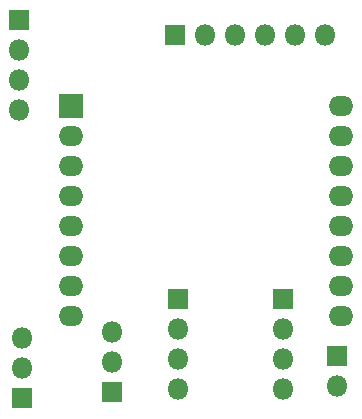
<source format=gbs>
%TF.GenerationSoftware,KiCad,Pcbnew,(5.1.6)-1*%
%TF.CreationDate,2020-09-06T13:06:38-04:00*%
%TF.ProjectId,ResQ KiCad Version,52657351-204b-4694-9361-642056657273,rev?*%
%TF.SameCoordinates,Original*%
%TF.FileFunction,Soldermask,Bot*%
%TF.FilePolarity,Negative*%
%FSLAX46Y46*%
G04 Gerber Fmt 4.6, Leading zero omitted, Abs format (unit mm)*
G04 Created by KiCad (PCBNEW (5.1.6)-1) date 2020-09-06 13:06:38*
%MOMM*%
%LPD*%
G01*
G04 APERTURE LIST*
%ADD10O,2.100000X1.700000*%
%ADD11R,2.100000X2.100000*%
%ADD12O,1.800000X1.800000*%
%ADD13R,1.800000X1.800000*%
G04 APERTURE END LIST*
D10*
%TO.C,U1*%
X199465001Y-117705001D03*
X199465001Y-120245001D03*
X199465001Y-122785001D03*
X199465001Y-125325001D03*
X199465001Y-127865001D03*
X199465001Y-130405001D03*
X199465001Y-132945001D03*
X199465001Y-135485001D03*
X176605001Y-135485001D03*
X176605001Y-132945001D03*
X176605001Y-130405001D03*
X176605001Y-127865001D03*
X176605001Y-125325001D03*
X176605001Y-122785001D03*
D11*
X176605001Y-117705001D03*
D10*
X176605001Y-120245001D03*
%TD*%
D12*
%TO.C,J6*%
X194564000Y-141732000D03*
X194564000Y-139192000D03*
X194564000Y-136652000D03*
D13*
X194564000Y-134112000D03*
%TD*%
D12*
%TO.C,B1*%
X199136000Y-141478000D03*
D13*
X199136000Y-138938000D03*
%TD*%
%TO.C,J1*%
X180086000Y-141986000D03*
D12*
X180086000Y-139446000D03*
X180086000Y-136906000D03*
%TD*%
%TO.C,J2*%
X172466000Y-137414000D03*
X172466000Y-139954000D03*
D13*
X172466000Y-142494000D03*
%TD*%
D12*
%TO.C,J3*%
X172212000Y-118110000D03*
X172212000Y-115570000D03*
X172212000Y-113030000D03*
D13*
X172212000Y-110490000D03*
%TD*%
%TO.C,J4*%
X185420000Y-111760000D03*
D12*
X187960000Y-111760000D03*
X190500000Y-111760000D03*
X193040000Y-111760000D03*
X195580000Y-111760000D03*
X198120000Y-111760000D03*
%TD*%
%TO.C,J5*%
X185674000Y-141732000D03*
X185674000Y-139192000D03*
X185674000Y-136652000D03*
D13*
X185674000Y-134112000D03*
%TD*%
M02*

</source>
